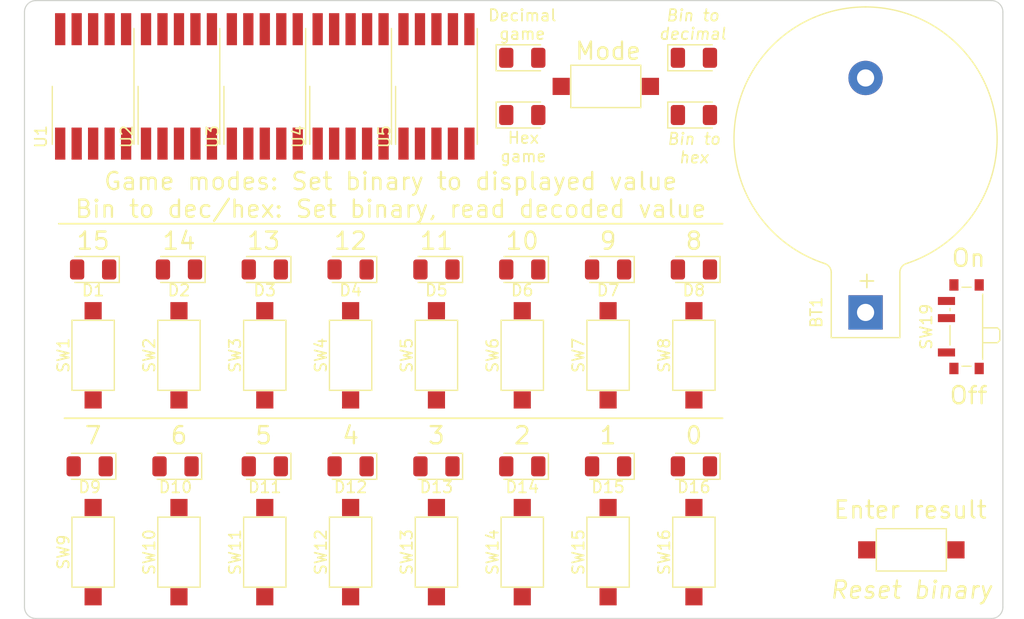
<source format=kicad_pcb>
(kicad_pcb (version 20211014) (generator pcbnew)
  (layers (0 "F.Cu" signal) (31 "B.Cu" signal) (34 "B.Paste" user) (35 "F.Paste" user) (36 "B.SilkS" user "B.Silkscreen") (37 "F.SilkS" user "F.Silkscreen") (38 "B.Mask" user) (39 "F.Mask" user) (44 "Edge.Cuts" user))
  (net 0 "")
  (footprint "LED_SMD:LED_1206_3216Metric" (layer "F.Cu") (at 162.5 110.7 180)
    (fp_text reference "D16" (at 0 -1.82) (layer "F.SilkS"))
    (fp_text value "IR26-21C_L110_TR8")
    (fp_line (start -2.285 -1.135) (end -2.285 1.135) (layer "F.SilkS") (width 0.12))
    (fp_line (start 1.6 -1.135) (end -2.285 -1.135) (layer "F.SilkS") (width 0.12))
    (fp_line (start -2.285 1.135) (end 1.6 1.135) (layer "F.SilkS") (width 0.12))
    (pad "1" smd roundrect (at -1.4 0 180) (size 1.25 1.75) (layers "F.Cu" "F.Paste" "F.Mask") (roundrect_rratio 0.2))
    (pad "2" smd roundrect (at 1.4 0 180) (size 1.25 1.75) (layers "F.Cu" "F.Paste" "F.Mask") (roundrect_rratio 0.2))
  )
  (footprint "LED_SMD:LED_1206_3216Metric" (layer "F.Cu") (at 110 93.5 180)
    (fp_text reference "D1" (at 0 -1.82) (layer "F.SilkS"))
    (fp_text value "IR26-21C_L110_TR8")
    (fp_line (start -2.285 -1.135) (end -2.285 1.135) (layer "F.SilkS") (width 0.12))
    (fp_line (start 1.6 -1.135) (end -2.285 -1.135) (layer "F.SilkS") (width 0.12))
    (fp_line (start -2.285 1.135) (end 1.6 1.135) (layer "F.SilkS") (width 0.12))
    (pad "1" smd roundrect (at -1.4 0 180) (size 1.25 1.75) (layers "F.Cu" "F.Paste" "F.Mask") (roundrect_rratio 0.2))
    (pad "2" smd roundrect (at 1.4 0 180) (size 1.25 1.75) (layers "F.Cu" "F.Paste" "F.Mask") (roundrect_rratio 0.2))
  )
  (footprint "Button_Switch_SMD:SW_SPST_CK_RS282G05A3" (layer "F.Cu") (at 162.5 118.2 90)
    (fp_text reference "SW16" (at 0 -2.6 90) (layer "F.SilkS"))
    (fp_text value "SW_SPST")
    (fp_line (start 3.06 -1.85) (end 3.06 1.85) (layer "F.SilkS") (width 0.12))
    (fp_line (start 3.06 1.85) (end -3.06 1.85) (layer "F.SilkS") (width 0.12))
    (fp_line (start -3.06 1.85) (end -3.06 -1.85) (layer "F.SilkS") (width 0.12))
    (fp_line (start -3.06 -1.85) (end 3.06 -1.85) (layer "F.SilkS") (width 0.12))
    (pad "1" smd rect (at -3.9 0 90) (size 1.5 1.5) (layers "F.Cu" "F.Paste" "F.Mask"))
    (pad "2" smd rect (at 3.9 0 90) (size 1.5 1.5) (layers "F.Cu" "F.Paste" "F.Mask"))
  )
  (footprint "Button_Switch_SMD:SW_SPST_CK_RS282G05A3" (layer "F.Cu") (at 125 118.2 90)
    (fp_text reference "SW11" (at 0 -2.6 90) (layer "F.SilkS"))
    (fp_text value "SW_SPST")
    (fp_line (start 3.06 -1.85) (end 3.06 1.85) (layer "F.SilkS") (width 0.12))
    (fp_line (start -3.06 1.85) (end -3.06 -1.85) (layer "F.SilkS") (width 0.12))
    (fp_line (start 3.06 1.85) (end -3.06 1.85) (layer "F.SilkS") (width 0.12))
    (fp_line (start -3.06 -1.85) (end 3.06 -1.85) (layer "F.SilkS") (width 0.12))
    (pad "1" smd rect (at -3.9 0 90) (size 1.5 1.5) (layers "F.Cu" "F.Paste" "F.Mask"))
    (pad "2" smd rect (at 3.9 0 90) (size 1.5 1.5) (layers "F.Cu" "F.Paste" "F.Mask"))
  )
  (footprint "LED_SMD:LED_1206_3216Metric" (layer "F.Cu") (at 147.5 75)
    (fp_text reference "D20" hide)
    (fp_text value "IR26-21C_L110_TR8")
    (fp_line (start 1.6 -1.135) (end -2.285 -1.135) (layer "F.SilkS") (width 0.12))
    (fp_line (start -2.285 1.135) (end 1.6 1.135) (layer "F.SilkS") (width 0.12))
    (fp_line (start -2.285 -1.135) (end -2.285 1.135) (layer "F.SilkS") (width 0.12))
    (pad "1" smd roundrect (at -1.4 0) (size 1.25 1.75) (layers "F.Cu" "F.Paste" "F.Mask") (roundrect_rratio 0.2))
    (pad "2" smd roundrect (at 1.4 0) (size 1.25 1.75) (layers "F.Cu" "F.Paste" "F.Mask") (roundrect_rratio 0.2))
  )
  (footprint "Button_Switch_SMD:SW_SPST_CK_RS282G05A3" (layer "F.Cu") (at 155 101 90)
    (fp_text reference "SW7" (at 0 -2.6 90) (layer "F.SilkS"))
    (fp_text value "SW_SPST")
    (fp_line (start -3.06 -1.85) (end 3.06 -1.85) (layer "F.SilkS") (width 0.12))
    (fp_line (start 3.06 -1.85) (end 3.06 1.85) (layer "F.SilkS") (width 0.12))
    (fp_line (start 3.06 1.85) (end -3.06 1.85) (layer "F.SilkS") (width 0.12))
    (fp_line (start -3.06 1.85) (end -3.06 -1.85) (layer "F.SilkS") (width 0.12))
    (pad "1" smd rect (at -3.9 0 90) (size 1.5 1.5) (layers "F.Cu" "F.Paste" "F.Mask"))
    (pad "2" smd rect (at 3.9 0 90) (size 1.5 1.5) (layers "F.Cu" "F.Paste" "F.Mask"))
  )
  (footprint "Button_Switch_SMD:SW_SPST_CK_RS282G05A3" (layer "F.Cu") (at 181.5 118)
    (fp_text reference "SW18" hide)
    (fp_text value "SW_SPST")
    (fp_line (start 3.06 1.85) (end -3.06 1.85) (layer "F.SilkS") (width 0.12))
    (fp_line (start -3.06 -1.85) (end 3.06 -1.85) (layer "F.SilkS") (width 0.12))
    (fp_line (start 3.06 -1.85) (end 3.06 1.85) (layer "F.SilkS") (width 0.12))
    (fp_line (start -3.06 1.85) (end -3.06 -1.85) (layer "F.SilkS") (width 0.12))
    (pad "1" smd rect (at -3.9 0) (size 1.5 1.5) (layers "F.Cu" "F.Paste" "F.Mask"))
    (pad "2" smd rect (at 3.9 0) (size 1.5 1.5) (layers "F.Cu" "F.Paste" "F.Mask"))
  )
  (footprint "LED_SMD:LED_1206_3216Metric" (layer "F.Cu") (at 125 110.7 180)
    (fp_text reference "D11" (at 0 -1.82) (layer "F.SilkS"))
    (fp_text value "IR26-21C_L110_TR8")
    (fp_line (start -2.285 -1.135) (end -2.285 1.135) (layer "F.SilkS") (width 0.12))
    (fp_line (start 1.6 -1.135) (end -2.285 -1.135) (layer "F.SilkS") (width 0.12))
    (fp_line (start -2.285 1.135) (end 1.6 1.135) (layer "F.SilkS") (width 0.12))
    (pad "1" smd roundrect (at -1.4 0 180) (size 1.25 1.75) (layers "F.Cu" "F.Paste" "F.Mask") (roundrect_rratio 0.2))
    (pad "2" smd roundrect (at 1.4 0 180) (size 1.25 1.75) (layers "F.Cu" "F.Paste" "F.Mask") (roundrect_rratio 0.2))
  )
  (footprint "LED_SMD:LED_1206_3216Metric" (layer "F.Cu") (at 117.2 110.7 180)
    (fp_text reference "D10" (at 0 -1.82) (layer "F.SilkS"))
    (fp_text value "IR26-21C_L110_TR8")
    (fp_line (start 1.6 -1.135) (end -2.285 -1.135) (layer "F.SilkS") (width 0.12))
    (fp_line (start -2.285 -1.135) (end -2.285 1.135) (layer "F.SilkS") (width 0.12))
    (fp_line (start -2.285 1.135) (end 1.6 1.135) (layer "F.SilkS") (width 0.12))
    (pad "1" smd roundrect (at -1.4 0 180) (size 1.25 1.75) (layers "F.Cu" "F.Paste" "F.Mask") (roundrect_rratio 0.2))
    (pad "2" smd roundrect (at 1.4 0 180) (size 1.25 1.75) (layers "F.Cu" "F.Paste" "F.Mask") (roundrect_rratio 0.2))
  )
  (footprint "Button_Switch_SMD:SW_SPST_CK_RS282G05A3" (layer "F.Cu") (at 110 101 90)
    (fp_text reference "SW1" (at 0 -2.6 90) (layer "F.SilkS"))
    (fp_text value "SW_SPST")
    (fp_line (start 3.06 1.85) (end -3.06 1.85) (layer "F.SilkS") (width 0.12))
    (fp_line (start -3.06 -1.85) (end 3.06 -1.85) (layer "F.SilkS") (width 0.12))
    (fp_line (start -3.06 1.85) (end -3.06 -1.85) (layer "F.SilkS") (width 0.12))
    (fp_line (start 3.06 -1.85) (end 3.06 1.85) (layer "F.SilkS") (width 0.12))
    (pad "1" smd rect (at -3.9 0 90) (size 1.5 1.5) (layers "F.Cu" "F.Paste" "F.Mask"))
    (pad "2" smd rect (at 3.9 0 90) (size 1.5 1.5) (layers "F.Cu" "F.Paste" "F.Mask"))
  )
  (footprint "Button_Switch_SMD:SW_SPST_CK_RS282G05A3" (layer "F.Cu") (at 154.8 77.5)
    (fp_text reference "SW17" hide)
    (fp_text value "SW_SPST")
    (fp_line (start -3.06 -1.85) (end 3.06 -1.85) (layer "F.SilkS") (width 0.12))
    (fp_line (start 3.06 1.85) (end -3.06 1.85) (layer "F.SilkS") (width 0.12))
    (fp_line (start -3.06 1.85) (end -3.06 -1.85) (layer "F.SilkS") (width 0.12))
    (fp_line (start 3.06 -1.85) (end 3.06 1.85) (layer "F.SilkS") (width 0.12))
    (pad "1" smd rect (at -3.9 0) (size 1.5 1.5) (layers "F.Cu" "F.Paste" "F.Mask"))
    (pad "2" smd rect (at 3.9 0) (size 1.5 1.5) (layers "F.Cu" "F.Paste" "F.Mask"))
  )
  (footprint "Button_Switch_SMD:SW_SPST_CK_RS282G05A3" (layer "F.Cu") (at 132.5 118.2 90)
    (fp_text reference "SW12" (at 0 -2.6 90) (layer "F.SilkS"))
    (fp_text value "SW_SPST")
    (fp_line (start 3.06 1.85) (end -3.06 1.85) (layer "F.SilkS") (width 0.12))
    (fp_line (start 3.06 -1.85) (end 3.06 1.85) (layer "F.SilkS") (width 0.12))
    (fp_line (start -3.06 1.85) (end -3.06 -1.85) (layer "F.SilkS") (width 0.12))
    (fp_line (start -3.06 -1.85) (end 3.06 -1.85) (layer "F.SilkS") (width 0.12))
    (pad "1" smd rect (at -3.9 0 90) (size 1.5 1.5) (layers "F.Cu" "F.Paste" "F.Mask"))
    (pad "2" smd rect (at 3.9 0 90) (size 1.5 1.5) (layers "F.Cu" "F.Paste" "F.Mask"))
  )
  (footprint "Button_Switch_SMD:SW_SPST_CK_RS282G05A3" (layer "F.Cu") (at 140 101 90)
    (fp_text reference "SW5" (at 0 -2.6 90) (layer "F.SilkS"))
    (fp_text value "SW_SPST")
    (fp_line (start -3.06 -1.85) (end 3.06 -1.85) (layer "F.SilkS") (width 0.12))
    (fp_line (start 3.06 1.85) (end -3.06 1.85) (layer "F.SilkS") (width 0.12))
    (fp_line (start -3.06 1.85) (end -3.06 -1.85) (layer "F.SilkS") (width 0.12))
    (fp_line (start 3.06 -1.85) (end 3.06 1.85) (layer "F.SilkS") (width 0.12))
    (pad "1" smd rect (at -3.9 0 90) (size 1.5 1.5) (layers "F.Cu" "F.Paste" "F.Mask"))
    (pad "2" smd rect (at 3.9 0 90) (size 1.5 1.5) (layers "F.Cu" "F.Paste" "F.Mask"))
  )
  (footprint "Button_Switch_SMD:SW_SPST_CK_RS282G05A3" (layer "F.Cu") (at 162.5 101 90)
    (fp_text reference "SW8" (at 0 -2.6 90) (layer "F.SilkS"))
    (fp_text value "SW_SPST")
    (fp_line (start 3.06 -1.85) (end 3.06 1.85) (layer "F.SilkS") (width 0.12))
    (fp_line (start 3.06 1.85) (end -3.06 1.85) (layer "F.SilkS") (width 0.12))
    (fp_line (start -3.06 -1.85) (end 3.06 -1.85) (layer "F.SilkS") (width 0.12))
    (fp_line (start -3.06 1.85) (end -3.06 -1.85) (layer "F.SilkS") (width 0.12))
    (pad "1" smd rect (at -3.9 0 90) (size 1.5 1.5) (layers "F.Cu" "F.Paste" "F.Mask"))
    (pad "2" smd rect (at 3.9 0 90) (size 1.5 1.5) (layers "F.Cu" "F.Paste" "F.Mask"))
  )
  (footprint "LED_SMD:LED_1206_3216Metric" (layer "F.Cu") (at 162.5 80)
    (fp_text reference "D17" hide)
    (fp_text value "IR26-21C_L110_TR8")
    (fp_line (start 1.6 -1.135) (end -2.285 -1.135) (layer "F.SilkS") (width 0.12))
    (fp_line (start -2.285 1.135) (end 1.6 1.135) (layer "F.SilkS") (width 0.12))
    (fp_line (start -2.285 -1.135) (end -2.285 1.135) (layer "F.SilkS") (width 0.12))
    (pad "1" smd roundrect (at -1.4 0) (size 1.25 1.75) (layers "F.Cu" "F.Paste" "F.Mask") (roundrect_rratio 0.2))
    (pad "2" smd roundrect (at 1.4 0) (size 1.25 1.75) (layers "F.Cu" "F.Paste" "F.Mask") (roundrect_rratio 0.2))
  )
  (footprint "Display_7Segment:KCSC02-123" (layer "F.Cu") (at 117.5 77.5 90)
    (fp_text reference "U2" (at -4.39 -4.56 90) (layer "F.SilkS"))
    (fp_text value "KCSC02-123")
    (fp_line (start -5.06 -3.57) (end 0 -3.57) (layer "F.SilkS") (width 0.12))
    (fp_line (start 5.06 3.57) (end -5.06 3.57) (layer "F.SilkS") (width 0.12))
    (pad "1" smd rect (at -5 -2.88 90) (size 2.8 0.9) (layers "F.Cu" "F.Paste" "F.Mask"))
    (pad "2" smd rect (at -5 -1.44 90) (size 2.8 0.9) (layers "F.Cu" "F.Paste" "F.Mask"))
    (pad "3" smd rect (at -5 0 90) (size 2.8 0.9) (layers "F.Cu" "F.Paste" "F.Mask"))
    (pad "4" smd rect (at -5 1.44 90) (size 2.8 0.9) (layers "F.Cu" "F.Paste" "F.Mask"))
    (pad "5" smd rect (at -5 2.88 90) (size 2.8 0.9) (layers "F.Cu" "F.Paste" "F.Mask"))
    (pad "6" smd rect (at 5 2.88 90) (size 2.8 0.9) (layers "F.Cu" "F.Paste" "F.Mask"))
    (pad "7" smd rect (at 5 1.44 90) (size 2.8 0.9) (layers "F.Cu" "F.Paste" "F.Mask"))
    (pad "8" smd rect (at 5 0 90) (size 2.8 0.9) (layers "F.Cu" "F.Paste" "F.Mask"))
    (pad "9" smd rect (at 5 -1.44 90) (size 2.8 0.9) (layers "F.Cu" "F.Paste" "F.Mask"))
    (pad "10" smd rect (at 5 -2.88 90) (size 2.8 0.9) (layers "F.Cu" "F.Paste" "F.Mask"))
  )
  (footprint "LED_SMD:LED_1206_3216Metric" (layer "F.Cu") (at 155 93.5 180)
    (fp_text reference "D7" (at 0 -1.82) (layer "F.SilkS"))
    (fp_text value "IR26-21C_L110_TR8")
    (fp_line (start 1.6 -1.135) (end -2.285 -1.135) (layer "F.SilkS") (width 0.12))
    (fp_line (start -2.285 -1.135) (end -2.285 1.135) (layer "F.SilkS") (width 0.12))
    (fp_line (start -2.285 1.135) (end 1.6 1.135) (layer "F.SilkS") (width 0.12))
    (pad "1" smd roundrect (at -1.4 0 180) (size 1.25 1.75) (layers "F.Cu" "F.Paste" "F.Mask") (roundrect_rratio 0.2))
    (pad "2" smd roundrect (at 1.4 0 180) (size 1.25 1.75) (layers "F.Cu" "F.Paste" "F.Mask") (roundrect_rratio 0.2))
  )
  (footprint "Button_Switch_SMD:SW_SPDT_PCM12" (layer "F.Cu") (at 186 98.5 90)
    (fp_text reference "SW19" (at 0 -3.2 90) (layer "F.SilkS"))
    (fp_text value "SW_SPDT")
    (fp_line (start 1.4 -1.12) (end 1.6 -1.12) (layer "F.SilkS") (width 0.12))
    (fp_line (start -3.45 -0.07) (end -3.45 0.72) (layer "F.SilkS") (width 0.12))
    (fp_line (start -2.85 1.73) (end 2.85 1.73) (layer "F.SilkS") (width 0.12))
    (fp_line (start -0.1 3.02) (end -0.3 3.23) (layer "F.SilkS") (width 0.12))
    (fp_line (start -1.2 3.23) (end -0.3 3.23) (layer "F.SilkS") (width 0.12))
    (fp_line (start -1.4 3.02) (end -1.2 3.23) (layer "F.SilkS") (width 0.12))
    (fp_line (start 3.45 0.72) (end 3.45 -0.07) (layer "F.SilkS") (width 0.12))
    (fp_line (start -0.1 3.02) (end -0.1 1.73) (layer "F.SilkS") (width 0.12))
    (fp_line (start -1.6 -1.12) (end 0.1 -1.12) (layer "F.SilkS") (width 0.12))
    (fp_line (start -1.4 1.73) (end -1.4 3.02) (layer "F.SilkS") (width 0.12))
    (pad "" smd rect (at 3.65 -0.78 90) (size 1 0.8) (layers "F.Cu" "F.Paste" "F.Mask"))
    (pad "" smd rect (at -3.65 -0.78 90) (size 1 0.8) (layers "F.Cu" "F.Paste" "F.Mask"))
    (pad "" np_thru_hole circle (at -1.5 0.33 90) (size 0.9 0.9) (drill 0.9) (layers *.Cu *.Mask))
    (pad "" np_thru_hole circle (at 1.5 0.33 90) (size 0.9 0.9) (drill 0.9) (layers *.Cu *.Mask))
    (pad "" smd rect (at -3.65 1.43 90) (size 1 0.8) (layers "F.Cu" "F.Paste" "F.Mask"))
    (pad "" smd rect (at 3.65 1.43 90) (size 1 0.8) (layers "F.Cu" "F.Paste" "F.Mask"))
    (pad "1" smd rect (at -2.25 -1.43 90) (size 0.7 1.5) (layers "F.Cu" "F.Paste" "F.Mask"))
    (pad "2" smd rect (at 0.75 -1.43 90) (size 0.7 1.5) (layers "F.Cu" "F.Paste" "F.Mask"))
    (pad "3" smd rect (at 2.25 -1.43 90) (size 0.7 1.5) (layers "F.Cu" "F.Paste" "F.Mask"))
  )
  (footprint "Display_7Segment:KCSC02-123" (layer "F.Cu") (at 110 77.5 90)
    (fp_text reference "U1" (at -4.39 -4.56 90) (layer "F.SilkS"))
    (fp_text value "KCSC02-123")
    (fp_line (start -5.06 -3.57) (end 0 -3.57) (layer "F.SilkS") (width 0.12))
    (fp_line (start 5.06 3.57) (end -5.06 3.57) (layer "F.SilkS") (width 0.12))
    (pad "1" smd rect (at -5 -2.88 90) (size 2.8 0.9) (layers "F.Cu" "F.Paste" "F.Mask"))
    (pad "2" smd rect (at -5 -1.44 90) (size 2.8 0.9) (layers "F.Cu" "F.Paste" "F.Mask"))
    (pad "3" smd rect (at -5 0 90) (size 2.8 0.9) (layers "F.Cu" "F.Paste" "F.Mask"))
    (pad "4" smd rect (at -5 1.44 90) (size 2.8 0.9) (layers "F.Cu" "F.Paste" "F.Mask"))
    (pad "5" smd rect (at -5 2.88 90) (size 2.8 0.9) (layers "F.Cu" "F.Paste" "F.Mask"))
    (pad "6" smd rect (at 5 2.88 90) (size 2.8 0.9) (layers "F.Cu" "F.Paste" "F.Mask"))
    (pad "7" smd rect (at 5 1.44 90) (size 2.8 0.9) (layers "F.Cu" "F.Paste" "F.Mask"))
    (pad "8" smd rect (at 5 0 90) (size 2.8 0.9) (layers "F.Cu" "F.Paste" "F.Mask"))
    (pad "9" smd rect (at 5 -1.44 90) (size 2.8 0.9) (layers "F.Cu" "F.Paste" "F.Mask"))
    (pad "10" smd rect (at 5 -2.88 90) (size 2.8 0.9) (layers "F.Cu" "F.Paste" "F.Mask"))
  )
  (footprint "Button_Switch_SMD:SW_SPST_CK_RS282G05A3" (layer "F.Cu") (at 117.5 118.2 90)
    (fp_text reference "SW10" (at 0 -2.6 90) (layer "F.SilkS"))
    (fp_text value "SW_SPST")
    (fp_line (start -3.06 -1.85) (end 3.06 -1.85) (layer "F.SilkS") (width 0.12))
    (fp_line (start 3.06 1.85) (end -3.06 1.85) (layer "F.SilkS") (width 0.12))
    (fp_line (start -3.06 1.85) (end -3.06 -1.85) (layer "F.SilkS") (width 0.12))
    (fp_line (start 3.06 -1.85) (end 3.06 1.85) (layer "F.SilkS") (width 0.12))
    (pad "1" smd rect (at -3.9 0 90) (size 1.5 1.5) (layers "F.Cu" "F.Paste" "F.Mask"))
    (pad "2" smd rect (at 3.9 0 90) (size 1.5 1.5) (layers "F.Cu" "F.Paste" "F.Mask"))
  )
  (footprint "Display_7Segment:KCSC02-123" (layer "F.Cu") (at 140 77.5 90)
    (fp_text reference "U5" (at -4.39 -4.56 90) (layer "F.SilkS"))
    (fp_text value "KCSC02-123")
    (fp_line (start -5.06 -3.57) (end 0 -3.57) (layer "F.SilkS") (width 0.12))
    (fp_line (start 5.06 3.57) (end -5.06 3.57) (layer "F.SilkS") (width 0.12))
    (pad "1" smd rect (at -5 -2.88 90) (size 2.8 0.9) (layers "F.Cu" "F.Paste" "F.Mask"))
    (pad "2" smd rect (at -5 -1.44 90) (size 2.8 0.9) (layers "F.Cu" "F.Paste" "F.Mask"))
    (pad "3" smd rect (at -5 0 90) (size 2.8 0.9) (layers "F.Cu" "F.Paste" "F.Mask"))
    (pad "4" smd rect (at -5 1.44 90) (size 2.8 0.9) (layers "F.Cu" "F.Paste" "F.Mask"))
    (pad "5" smd rect (at -5 2.88 90) (size 2.8 0.9) (layers "F.Cu" "F.Paste" "F.Mask"))
    (pad "6" smd rect (at 5 2.88 90) (size 2.8 0.9) (layers "F.Cu" "F.Paste" "F.Mask"))
    (pad "7" smd rect (at 5 1.44 90) (size 2.8 0.9) (layers "F.Cu" "F.Paste" "F.Mask"))
    (pad "8" smd rect (at 5 0 90) (size 2.8 0.9) (layers "F.Cu" "F.Paste" "F.Mask"))
    (pad "9" smd rect (at 5 -1.44 90) (size 2.8 0.9) (layers "F.Cu" "F.Paste" "F.Mask"))
    (pad "10" smd rect (at 5 -2.88 90) (size 2.8 0.9) (layers "F.Cu" "F.Paste" "F.Mask"))
  )
  (footprint "LED_SMD:LED_1206_3216Metric" (layer "F.Cu") (at 155 110.7 180)
    (fp_text reference "D15" (at 0 -1.82) (layer "F.SilkS"))
    (fp_text value "IR26-21C_L110_TR8")
    (fp_line (start -2.285 1.135) (end 1.6 1.135) (layer "F.SilkS") (width 0.12))
    (fp_line (start -2.285 -1.135) (end -2.285 1.135) (layer "F.SilkS") (width 0.12))
    (fp_line (start 1.6 -1.135) (end -2.285 -1.135) (layer "F.SilkS") (width 0.12))
    (pad "1" smd roundrect (at -1.4 0 180) (size 1.25 1.75) (layers "F.Cu" "F.Paste" "F.Mask") (roundrect_rratio 0.2))
    (pad "2" smd roundrect (at 1.4 0 180) (size 1.25 1.75) (layers "F.Cu" "F.Paste" "F.Mask") (roundrect_rratio 0.2))
  )
  (footprint "LED_SMD:LED_1206_3216Metric" (layer "F.Cu") (at 140 110.7 180)
    (fp_text reference "D13" (at 0 -1.82) (layer "F.SilkS"))
    (fp_text value "IR26-21C_L110_TR8")
    (fp_line (start -2.285 1.135) (end 1.6 1.135) (layer "F.SilkS") (width 0.12))
    (fp_line (start -2.285 -1.135) (end -2.285 1.135) (layer "F.SilkS") (width 0.12))
    (fp_line (start 1.6 -1.135) (end -2.285 -1.135) (layer "F.SilkS") (width 0.12))
    (pad "1" smd roundrect (at -1.4 0 180) (size 1.25 1.75) (layers "F.Cu" "F.Paste" "F.Mask") (roundrect_rratio 0.2))
    (pad "2" smd roundrect (at 1.4 0 180) (size 1.25 1.75) (layers "F.Cu" "F.Paste" "F.Mask") (roundrect_rratio 0.2))
  )
  (footprint "Button_Switch_SMD:SW_SPST_CK_RS282G05A3" (layer "F.Cu") (at 155 118.2 90)
    (fp_text reference "SW15" (at 0 -2.6 90) (layer "F.SilkS"))
    (fp_text value "SW_SPST")
    (fp_line (start -3.06 -1.85) (end 3.06 -1.85) (layer "F.SilkS") (width 0.12))
    (fp_line (start 3.06 -1.85) (end 3.06 1.85) (layer "F.SilkS") (width 0.12))
    (fp_line (start -3.06 1.85) (end -3.06 -1.85) (layer "F.SilkS") (width 0.12))
    (fp_line (start 3.06 1.85) (end -3.06 1.85) (layer "F.SilkS") (width 0.12))
    (pad "1" smd rect (at -3.9 0 90) (size 1.5 1.5) (layers "F.Cu" "F.Paste" "F.Mask"))
    (pad "2" smd rect (at 3.9 0 90) (size 1.5 1.5) (layers "F.Cu" "F.Paste" "F.Mask"))
  )
  (footprint "Display_7Segment:KCSC02-123" (layer "F.Cu") (at 125 77.5 90)
    (fp_text reference "U3" (at -4.39 -4.56 90) (layer "F.SilkS"))
    (fp_text value "KCSC02-123")
    (fp_line (start -5.06 -3.57) (end 0 -3.57) (layer "F.SilkS") (width 0.12))
    (fp_line (start 5.06 3.57) (end -5.06 3.57) (layer "F.SilkS") (width 0.12))
    (pad "1" smd rect (at -5 -2.88 90) (size 2.8 0.9) (layers "F.Cu" "F.Paste" "F.Mask"))
    (pad "2" smd rect (at -5 -1.44 90) (size 2.8 0.9) (layers "F.Cu" "F.Paste" "F.Mask"))
    (pad "3" smd rect (at -5 0 90) (size 2.8 0.9) (layers "F.Cu" "F.Paste" "F.Mask"))
    (pad "4" smd rect (at -5 1.44 90) (size 2.8 0.9) (layers "F.Cu" "F.Paste" "F.Mask"))
    (pad "5" smd rect (at -5 2.88 90) (size 2.8 0.9) (layers "F.Cu" "F.Paste" "F.Mask"))
    (pad "6" smd rect (at 5 2.88 90) (size 2.8 0.9) (layers "F.Cu" "F.Paste" "F.Mask"))
    (pad "7" smd rect (at 5 1.44 90) (size 2.8 0.9) (layers "F.Cu" "F.Paste" "F.Mask"))
    (pad "8" smd rect (at 5 0 90) (size 2.8 0.9) (layers "F.Cu" "F.Paste" "F.Mask"))
    (pad "9" smd rect (at 5 -1.44 90) (size 2.8 0.9) (layers "F.Cu" "F.Paste" "F.Mask"))
    (pad "10" smd rect (at 5 -2.88 90) (size 2.8 0.9) (layers "F.Cu" "F.Paste" "F.Mask"))
  )
  (footprint "Button_Switch_SMD:SW_SPST_CK_RS282G05A3" (layer "F.Cu") (at 147.5 101 90)
    (fp_text reference "SW6" (at 0 -2.6 90) (layer "F.SilkS"))
    (fp_text value "SW_SPST")
    (fp_line (start -3.06 -1.85) (end 3.06 -1.85) (layer "F.SilkS") (width 0.12))
    (fp_line (start 3.06 1.85) (end -3.06 1.85) (layer "F.SilkS") (width 0.12))
    (fp_line (start 3.06 -1.85) (end 3.06 1.85) (layer "F.SilkS") (width 0.12))
    (fp_line (start -3.06 1.85) (end -3.06 -1.85) (layer "F.SilkS") (width 0.12))
    (pad "1" smd rect (at -3.9 0 90) (size 1.5 1.5) (layers "F.Cu" "F.Paste" "F.Mask"))
    (pad "2" smd rect (at 3.9 0 90) (size 1.5 1.5) (layers "F.Cu" "F.Paste" "F.Mask"))
  )
  (footprint "Button_Switch_SMD:SW_SPST_CK_RS282G05A3" (layer "F.Cu") (at 132.5 101 90)
    (fp_text reference "SW4" (at 0 -2.6 90) (layer "F.SilkS"))
    (fp_text value "SW_SPST")
    (fp_line (start -3.06 1.85) (end -3.06 -1.85) (layer "F.SilkS") (width 0.12))
    (fp_line (start -3.06 -1.85) (end 3.06 -1.85) (layer "F.SilkS") (width 0.12))
    (fp_line (start 3.06 1.85) (end -3.06 1.85) (layer "F.SilkS") (width 0.12))
    (fp_line (start 3.06 -1.85) (end 3.06 1.85) (layer "F.SilkS") (width 0.12))
    (pad "1" smd rect (at -3.9 0 90) (size 1.5 1.5) (layers "F.Cu" "F.Paste" "F.Mask"))
    (pad "2" smd rect (at 3.9 0 90) (size 1.5 1.5) (layers "F.Cu" "F.Paste" "F.Mask"))
  )
  (footprint "LED_SMD:LED_1206_3216Metric" (layer "F.Cu") (at 132.5 93.5 180)
    (fp_text reference "D4" (at 0 -1.82) (layer "F.SilkS"))
    (fp_text value "IR26-21C_L110_TR8")
    (fp_line (start -2.285 1.135) (end 1.6 1.135) (layer "F.SilkS") (width 0.12))
    (fp_line (start -2.285 -1.135) (end -2.285 1.135) (layer "F.SilkS") (width 0.12))
    (fp_line (start 1.6 -1.135) (end -2.285 -1.135) (layer "F.SilkS") (width 0.12))
    (pad "1" smd roundrect (at -1.4 0 180) (size 1.25 1.75) (layers "F.Cu" "F.Paste" "F.Mask") (roundrect_rratio 0.2))
    (pad "2" smd roundrect (at 1.4 0 180) (size 1.25 1.75) (layers "F.Cu" "F.Paste" "F.Mask") (roundrect_rratio 0.2))
  )
  (footprint "Button_Switch_SMD:SW_SPST_CK_RS282G05A3" (layer "F.Cu") (at 147.5 118.2 90)
    (fp_text reference "SW14" (at 0 -2.6 90) (layer "F.SilkS"))
    (fp_text value "SW_SPST")
    (fp_line (start -3.06 1.85) (end -3.06 -1.85) (layer "F.SilkS") (width 0.12))
    (fp_line (start -3.06 -1.85) (end 3.06 -1.85) (layer "F.SilkS") (width 0.12))
    (fp_line (start 3.06 1.85) (end -3.06 1.85) (layer "F.SilkS") (width 0.12))
    (fp_line (start 3.06 -1.85) (end 3.06 1.85) (layer "F.SilkS") (width 0.12))
    (pad "1" smd rect (at -3.9 0 90) (size 1.5 1.5) (layers "F.Cu" "F.Paste" "F.Mask"))
    (pad "2" smd rect (at 3.9 0 90) (size 1.5 1.5) (layers "F.Cu" "F.Paste" "F.Mask"))
  )
  (footprint "LED_SMD:LED_1206_3216Metric" (layer "F.Cu") (at 147.5 80)
    (fp_text reference "D19" hide)
    (fp_text value "IR26-21C_L110_TR8")
    (fp_line (start 1.6 -1.135) (end -2.285 -1.135) (layer "F.SilkS") (width 0.12))
    (fp_line (start -2.285 1.135) (end 1.6 1.135) (layer "F.SilkS") (width 0.12))
    (fp_line (start -2.285 -1.135) (end -2.285 1.135) (layer "F.SilkS") (width 0.12))
    (pad "1" smd roundrect (at -1.4 0) (size 1.25 1.75) (layers "F.Cu" "F.Paste" "F.Mask") (roundrect_rratio 0.2))
    (pad "2" smd roundrect (at 1.4 0) (size 1.25 1.75) (layers "F.Cu" "F.Paste" "F.Mask") (roundrect_rratio 0.2))
  )
  (footprint "Display_7Segment:KCSC02-123" (layer "F.Cu") (at 132.5 77.5 90)
    (fp_text reference "U4" (at -4.39 -4.56 90) (layer "F.SilkS"))
    (fp_text value "KCSC02-123")
    (fp_line (start 5.06 3.57) (end -5.06 3.57) (layer "F.SilkS") (width 0.12))
    (fp_line (start -5.06 -3.57) (end 0 -3.57) (layer "F.SilkS") (width 0.12))
    (pad "1" smd rect (at -5 -2.88 90) (size 2.8 0.9) (layers "F.Cu" "F.Paste" "F.Mask"))
    (pad "2" smd rect (at -5 -1.44 90) (size 2.8 0.9) (layers "F.Cu" "F.Paste" "F.Mask"))
    (pad "3" smd rect (at -5 0 90) (size 2.8 0.9) (layers "F.Cu" "F.Paste" "F.Mask"))
    (pad "4" smd rect (at -5 1.44 90) (size 2.8 0.9) (layers "F.Cu" "F.Paste" "F.Mask"))
    (pad "5" smd rect (at -5 2.88 90) (size 2.8 0.9) (layers "F.Cu" "F.Paste" "F.Mask"))
    (pad "6" smd rect (at 5 2.88 90) (size 2.8 0.9) (layers "F.Cu" "F.Paste" "F.Mask"))
    (pad "7" smd rect (at 5 1.44 90) (size 2.8 0.9) (layers "F.Cu" "F.Paste" "F.Mask"))
    (pad "8" smd rect (at 5 0 90) (size 2.8 0.9) (layers "F.Cu" "F.Paste" "F.Mask"))
    (pad "9" smd rect (at 5 -1.44 90) (size 2.8 0.9) (layers "F.Cu" "F.Paste" "F.Mask"))
    (pad "10" smd rect (at 5 -2.88 90) (size 2.8 0.9) (layers "F.Cu" "F.Paste" "F.Mask"))
  )
  (footprint "LED_SMD:LED_1206_3216Metric" (layer "F.Cu") (at 162.5 93.5 180)
    (fp_text reference "D8" (at 0 -1.82) (layer "F.SilkS"))
    (fp_text value "IR26-21C_L110_TR8")
    (fp_line (start -2.285 1.135) (end 1.6 1.135) (layer "F.SilkS") (width 0.12))
    (fp_line (start 1.6 -1.135) (end -2.285 -1.135) (layer "F.SilkS") (width 0.12))
    (fp_line (start -2.285 -1.135) (end -2.285 1.135) (layer "F.SilkS") (width 0.12))
    (pad "1" smd roundrect (at -1.4 0 180) (size 1.25 1.75) (layers "F.Cu" "F.Paste" "F.Mask") (roundrect_rratio 0.2))
    (pad "2" smd roundrect (at 1.4 0 180) (size 1.25 1.75) (layers "F.Cu" "F.Paste" "F.Mask") (roundrect_rratio 0.2))
  )
  (footprint "Battery:BatteryHolder_Keystone_103_1x20mm" (layer "F.Cu") (at 177.5 97.252417 90)
    (fp_text reference "BT1" (at 0 -4.3 90) (layer "F.SilkS"))
    (fp_text value "Battery_Cell")
    (fp_text user "+" (at 2.75 0 90) (layer "F.SilkS") (effects (font (size 1.5 1.5))))
    (fp_line (start -2.2 3) (end -2.2 -3) (layer "F.SilkS") (width 0.12))
    (fp_line (start -2.2 3) (end 3.5 3) (layer "F.SilkS") (width 0.12))
    (fp_line (start -2.2 -3) (end 3.5 -3) (layer "F.SilkS") (width 0.12))
    (fp_arc (start 4.251754 -3.526384) (mid 3.958861 -3.144678) (end 3.5 -3) (layer "F.SilkS") (width 0.12))
    (fp_arc (start 4.25 -3.5) (mid 16.993514 -11.35499) (end 26.695671 0.045281) (layer "F.SilkS") (width 0.12))
    (fp_arc (start 26.695671 -0.045281) (mid 16.993514 11.35499) (end 4.25 3.5) (layer "F.SilkS") (width 0.12))
    (fp_arc (start 3.5 3) (mid 3.958861 3.144678) (end 4.251754 3.526384) (layer "F.SilkS") (width 0.12))
    (pad "1" thru_hole rect (at 0 0 90) (size 3 3) (drill 1.5) (layers *.Cu *.Mask))
    (pad "2" thru_hole circle (at 20.49 0 90) (size 3 3) (drill 1.5) (layers *.Cu *.Mask))
  )
  (footprint "LED_SMD:LED_1206_3216Metric" (layer "F.Cu") (at 147.5 110.7 180)
    (fp_text reference "D14" (at 0 -1.82) (layer "F.SilkS"))
    (fp_text value "IR26-21C_L110_TR8")
    (fp_line (start 1.6 -1.135) (end -2.285 -1.135) (layer "F.SilkS") (width 0.12))
    (fp_line (start -2.285 1.135) (end 1.6 1.135) (layer "F.SilkS") (width 0.12))
    (fp_line (start -2.285 -1.135) (end -2.285 1.135) (layer "F.SilkS") (width 0.12))
    (pad "1" smd roundrect (at -1.4 0 180) (size 1.25 1.75) (layers "F.Cu" "F.Paste" "F.Mask") (roundrect_rratio 0.2))
    (pad "2" smd roundrect (at 1.4 0 180) (size 1.25 1.75) (layers "F.Cu" "F.Paste" "F.Mask") (roundrect_rratio 0.2))
  )
  (footprint "LED_SMD:LED_1206_3216Metric" (layer "F.Cu") (at 125 93.5 180)
    (fp_text reference "D3" (at 0 -1.82) (layer "F.SilkS"))
    (fp_text value "IR26-21C_L110_TR8")
    (fp_line (start -2.285 -1.135) (end -2.285 1.135) (layer "F.SilkS") (width 0.12))
    (fp_line (start -2.285 1.135) (end 1.6 1.135) (layer "F.SilkS") (width 0.12))
    (fp_line (start 1.6 -1.135) (end -2.285 -1.135) (layer "F.SilkS") (width 0.12))
    (pad "1" smd roundrect (at -1.4 0 180) (size 1.25 1.75) (layers "F.Cu" "F.Paste" "F.Mask") (roundrect_rratio 0.2))
    (pad "2" smd roundrect (at 1.4 0 180) (size 1.25 1.75) (layers "F.Cu" "F.Paste" "F.Mask") (roundrect_rratio 0.2))
  )
  (footprint "Button_Switch_SMD:SW_SPST_CK_RS282G05A3" (layer "F.Cu") (at 125 101 90)
    (fp_text reference "SW3" (at 0 -2.6 90) (layer "F.SilkS"))
    (fp_text value "SW_SPST")
    (fp_line (start -3.06 1.85) (end -3.06 -1.85) (layer "F.SilkS") (width 0.12))
    (fp_line (start -3.06 -1.85) (end 3.06 -1.85) (layer "F.SilkS") (width 0.12))
    (fp_line (start 3.06 1.85) (end -3.06 1.85) (layer "F.SilkS") (width 0.12))
    (fp_line (start 3.06 -1.85) (end 3.06 1.85) (layer "F.SilkS") (width 0.12))
    (pad "1" smd rect (at -3.9 0 90) (size 1.5 1.5) (layers "F.Cu" "F.Paste" "F.Mask"))
    (pad "2" smd rect (at 3.9 0 90) (size 1.5 1.5) (layers "F.Cu" "F.Paste" "F.Mask"))
  )
  (footprint "LED_SMD:LED_1206_3216Metric" (layer "F.Cu") (at 132.5 110.7 180)
    (fp_text reference "D12" (at 0 -1.82) (layer "F.SilkS"))
    (fp_text value "IR26-21C_L110_TR8")
    (fp_line (start -2.285 -1.135) (end -2.285 1.135) (layer "F.SilkS") (width 0.12))
    (fp_line (start 1.6 -1.135) (end -2.285 -1.135) (layer "F.SilkS") (width 0.12))
    (fp_line (start -2.285 1.135) (end 1.6 1.135) (layer "F.SilkS") (width 0.12))
    (pad "1" smd roundrect (at -1.4 0 180) (size 1.25 1.75) (layers "F.Cu" "F.Paste" "F.Mask") (roundrect_rratio 0.2))
    (pad "2" smd roundrect (at 1.4 0 180) (size 1.25 1.75) (layers "F.Cu" "F.Paste" "F.Mask") (roundrect_rratio 0.2))
  )
  (footprint "Button_Switch_SMD:SW_SPST_CK_RS282G05A3" (layer "F.Cu") (at 110 118.2 90)
    (fp_text reference "SW9" (at 0 -2.6 90) (layer "F.SilkS"))
    (fp_text value "SW_SPST")
    (fp_line (start 3.06 -1.85) (end 3.06 1.85) (layer "F.SilkS") (width 0.12))
    (fp_line (start -3.06 -1.85) (end 3.06 -1.85) (layer "F.SilkS") (width 0.12))
    (fp_line (start 3.06 1.85) (end -3.06 1.85) (layer "F.SilkS") (width 0.12))
    (fp_line (start -3.06 1.85) (end -3.06 -1.85) (layer "F.SilkS") (width 0.12))
    (pad "1" smd rect (at -3.9 0 90) (size 1.5 1.5) (layers "F.Cu" "F.Paste" "F.Mask"))
    (pad "2" smd rect (at 3.9 0 90) (size 1.5 1.5) (layers "F.Cu" "F.Paste" "F.Mask"))
  )
  (footprint "Button_Switch_SMD:SW_SPST_CK_RS282G05A3" (layer "F.Cu") (at 117.5 101 90)
    (fp_text reference "SW2" (at 0 -2.6 90) (layer "F.SilkS"))
    (fp_text value "SW_SPST")
    (fp_line (start 3.06 -1.85) (end 3.06 1.85) (layer "F.SilkS") (width 0.12))
    (fp_line (start -3.06 -1.85) (end 3.06 -1.85) (layer "F.SilkS") (width 0.12))
    (fp_line (start 3.06 1.85) (end -3.06 1.85) (layer "F.SilkS") (width 0.12))
    (fp_line (start -3.06 1.85) (end -3.06 -1.85) (layer "F.SilkS") (width 0.12))
    (pad "1" smd rect (at -3.9 0 90) (size 1.5 1.5) (layers "F.Cu" "F.Paste" "F.Mask"))
    (pad "2" smd rect (at 3.9 0 90) (size 1.5 1.5) (layers "F.Cu" "F.Paste" "F.Mask"))
  )
  (footprint "LED_SMD:LED_1206_3216Metric" (layer "F.Cu") (at 117.5 93.5 180)
    (fp_text reference "D2" (at 0 -1.82) (layer "F.SilkS"))
    (fp_text value "IR26-21C_L110_TR8")
    (fp_line (start -2.285 -1.135) (end -2.285 1.135) (layer "F.SilkS") (width 0.12))
    (fp_line (start -2.285 1.135) (end 1.6 1.135) (layer "F.SilkS") (width 0.12))
    (fp_line (start 1.6 -1.135) (end -2.285 -1.135) (layer "F.SilkS") (width 0.12))
    (pad "1" smd roundrect (at -1.4 0 180) (size 1.25 1.75) (layers "F.Cu" "F.Paste" "F.Mask") (roundrect_rratio 0.2))
    (pad "2" smd roundrect (at 1.4 0 180) (size 1.25 1.75) (layers "F.Cu" "F.Paste" "F.Mask") (roundrect_rratio 0.2))
  )
  (footprint "LED_SMD:LED_1206_3216Metric" (layer "F.Cu") (at 109.7 110.7 180)
    (fp_text reference "D9" (at 0 -1.82) (layer "F.SilkS"))
    (fp_text value "IR26-21C_L110_TR8")
    (fp_line (start -2.285 -1.135) (end -2.285 1.135) (layer "F.SilkS") (width 0.12))
    (fp_line (start 1.6 -1.135) (end -2.285 -1.135) (layer "F.SilkS") (width 0.12))
    (fp_line (start -2.285 1.135) (end 1.6 1.135) (layer "F.SilkS") (width 0.12))
    (pad "1" smd roundrect (at -1.4 0 180) (size 1.25 1.75) (layers "F.Cu" "F.Paste" "F.Mask") (roundrect_rratio 0.2))
    (pad "2" smd roundrect (at 1.4 0 180) (size 1.25 1.75) (layers "F.Cu" "F.Paste" "F.Mask") (roundrect_rratio 0.2))
  )
  (footprint "LED_SMD:LED_1206_3216Metric" (layer "F.Cu") (at 147.5 93.5 180)
    (fp_text reference "D6" (at 0 -1.82) (layer "F.SilkS"))
    (fp_text value "IR26-21C_L110_TR8")
    (fp_line (start 1.6 -1.135) (end -2.285 -1.135) (layer "F.SilkS") (width 0.12))
    (fp_line (start -2.285 -1.135) (end -2.285 1.135) (layer "F.SilkS") (width 0.12))
    (fp_line (start -2.285 1.135) (end 1.6 1.135) (layer "F.SilkS") (width 0.12))
    (pad "1" smd roundrect (at -1.4 0 180) (size 1.25 1.75) (layers "F.Cu" "F.Paste" "F.Mask") (roundrect_rratio 0.2))
    (pad "2" smd roundrect (at 1.4 0 180) (size 1.25 1.75) (layers "F.Cu" "F.Paste" "F.Mask") (roundrect_rratio 0.2))
  )
  (footprint "LED_SMD:LED_1206_3216Metric" (layer "F.Cu") (at 162.5 75)
    (fp_text reference "D18" hide)
    (fp_text value "IR26-21C_L110_TR8")
    (fp_line (start 1.6 -1.135) (end -2.285 -1.135) (layer "F.SilkS") (width 0.12))
    (fp_line (start -2.285 1.135) (end 1.6 1.135) (layer "F.SilkS") (width 0.12))
    (fp_line (start -2.285 -1.135) (end -2.285 1.135) (layer "F.SilkS") (width 0.12))
    (pad "1" smd roundrect (at -1.4 0) (size 1.25 1.75) (layers "F.Cu" "F.Paste" "F.Mask") (roundrect_rratio 0.2))
    (pad "2" smd roundrect (at 1.4 0) (size 1.25 1.75) (layers "F.Cu" "F.Paste" "F.Mask") (roundrect_rratio 0.2))
  )
  (footprint "Button_Switch_SMD:SW_SPST_CK_RS282G05A3" (layer "F.Cu") (at 140 118.2 90)
    (fp_text reference "SW13" (at 0 -2.6 90) (layer "F.SilkS"))
    (fp_text value "SW_SPST")
    (fp_line (start 3.06 -1.85) (end 3.06 1.85) (layer "F.SilkS") (width 0.12))
    (fp_line (start -3.06 -1.85) (end 3.06 -1.85) (layer "F.SilkS") (width 0.12))
    (fp_line (start -3.06 1.85) (end -3.06 -1.85) (layer "F.SilkS") (width 0.12))
    (fp_line (start 3.06 1.85) (end -3.06 1.85) (layer "F.SilkS") (width 0.12))
    (pad "1" smd rect (at -3.9 0 90) (size 1.5 1.5) (layers "F.Cu" "F.Paste" "F.Mask"))
    (pad "2" smd rect (at 3.9 0 90) (size 1.5 1.5) (layers "F.Cu" "F.Paste" "F.Mask"))
  )
  (footprint "LED_SMD:LED_1206_3216Metric" (layer "F.Cu") (at 140 93.5 180)
    (fp_text reference "D5" (at 0 -1.82) (layer "F.SilkS"))
    (fp_text value "IR26-21C_L110_TR8")
    (fp_line (start 1.6 -1.135) (end -2.285 -1.135) (layer "F.SilkS") (width 0.12))
    (fp_line (start -2.285 -1.135) (end -2.285 1.135) (layer "F.SilkS") (width 0.12))
    (fp_line (start -2.285 1.135) (end 1.6 1.135) (layer "F.SilkS") (width 0.12))
    (pad "1" smd roundrect (at -1.4 0 180) (size 1.25 1.75) (layers "F.Cu" "F.Paste" "F.Mask") (roundrect_rratio 0.2))
    (pad "2" smd roundrect (at 1.4 0 180) (size 1.25 1.75) (layers "F.Cu" "F.Paste" "F.Mask") (roundrect_rratio 0.2))
  )
  (gr_line (start 107.5 106.5) (end 165 106.5) (layer "F.SilkS") (width 0.15))
  (gr_line (start 107 89.5) (end 165 89.5) (layer "F.SilkS") (width 0.15))
  (gr_arc (start 189.5 123) (mid 189.207107 123.707107) (end 188.5 124) (layer "Edge.Cuts") (width 0.1))
  (gr_line (start 188.5 124) (end 105 124) (layer "Edge.Cuts") (width 0.1))
  (gr_arc (start 104 71) (mid 104.292893 70.292893) (end 105 70) (layer "Edge.Cuts") (width 0.1))
  (gr_arc (start 188.5 70) (mid 189.207107 70.292893) (end 189.5 71) (layer "Edge.Cuts") (width 0.1))
  (gr_line (start 189.5 123) (end 189.5 71) (layer "Edge.Cuts") (width 0.1))
  (gr_line (start 104 71) (end 104 123) (layer "Edge.Cuts") (width 0.1))
  (gr_arc (start 105 124) (mid 104.292893 123.707107) (end 104 123) (layer "Edge.Cuts") (width 0.1))
  (gr_line (start 105 70) (end 188.5 70) (layer "Edge.Cuts") (width 0.1))
  (gr_text "2" (at 147.5 108) (layer "F.SilkS") (effects (font (size 1.5 1.5) (thickness 0.2))))
  (gr_text "5" (at 124.9 108) (layer "F.SilkS") (effects (font (size 1.5 1.5) (thickness 0.2))))
  (gr_text "Enter result" (at 181.4 114.5) (layer "F.SilkS") (effects (font (size 1.5 1.5) (thickness 0.2))))
  (gr_text "On" (at 186.5 92.5) (layer "F.SilkS") (effects (font (size 1.5 1.5) (thickness 0.2))))
  (gr_text "Decimal\ngame" (at 147.5 72.1) (layer "F.SilkS") (effects (font (size 1 1))))
  (gr_text "Hex\ngame" (at 147.6 82.8) (layer "F.SilkS") (effects (font (size 1 1))))
  (gr_text "8" (at 162.5 91) (layer "F.SilkS") (effects (font (size 1.5 1.5) (thickness 0.2))))
  (gr_text "6" (at 117.5 108) (layer "F.SilkS") (effects (font (size 1.5 1.5) (thickness 0.2))))
  (gr_text "3" (at 140 108) (layer "F.SilkS") (effects (font (size 1.5 1.5) (thickness 0.2))))
  (gr_text "1" (at 155 108) (layer "F.SilkS") (effects (font (size 1.5 1.5) (thickness 0.2))))
  (gr_text "14" (at 117.5 91) (layer "F.SilkS") (effects (font (size 1.5 1.5) (thickness 0.2))))
  (gr_text "15" (at 110 91) (layer "F.SilkS") (effects (font (size 1.5 1.5) (thickness 0.2))))
  (gr_text "9" (at 155 91) (layer "F.SilkS") (effects (font (size 1.5 1.5) (thickness 0.2))))
  (gr_text "Reset binary" (at 181.5 121.5) (layer "F.SilkS") (effects (font (size 1.5 1.5) (thickness 0.2) italic)))
  (gr_text "Bin to\ndecimal" (at 162.4 72.1) (layer "F.SilkS") (effects (font (size 1 1) (thickness 0.15) italic)))
  (gr_text "Mode" (at 155 74.4) (layer "F.SilkS") (effects (font (size 1.5 1.5) (thickness 0.2))))
  (gr_text "12" (at 132.5 91) (layer "F.SilkS") (effects (font (size 1.5 1.5) (thickness 0.2))))
  (gr_text "10" (at 147.5 91) (layer "F.SilkS") (effects (font (size 1.5 1.5) (thickness 0.2))))
  (gr_text "7" (at 110 108) (layer "F.SilkS") (effects (font (size 1.5 1.5) (thickness 0.2))))
  (gr_text "Bin to\nhex" (at 162.5 82.9) (layer "F.SilkS") (effects (font (size 1 1) (thickness 0.15) italic)))
  (gr_text "0" (at 162.5 108) (layer "F.SilkS") (effects (font (size 1.5 1.5) (thickness 0.2))))
  (gr_text "4" (at 132.5 108) (layer "F.SilkS") (effects (font (size 1.5 1.5) (thickness 0.2))))
  (gr_text "13" (at 124.9 91) (layer "F.SilkS") (effects (font (size 1.5 1.5) (thickness 0.2))))
  (gr_text "Off" (at 186.5 104.5) (layer "F.SilkS") (effects (font (size 1.5 1.5) (thickness 0.2))))
  (gr_text "11" (at 140 91) (layer "F.SilkS") (effects (font (size 1.5 1.5) (thickness 0.2))))
  (gr_text "Game modes: Set binary to displayed value\nBin to dec/hex: Set binary, read decoded value" (at 136 87) (layer "F.SilkS") (effects (font (size 1.5 1.5) (thickness 0.2))))
)
</source>
